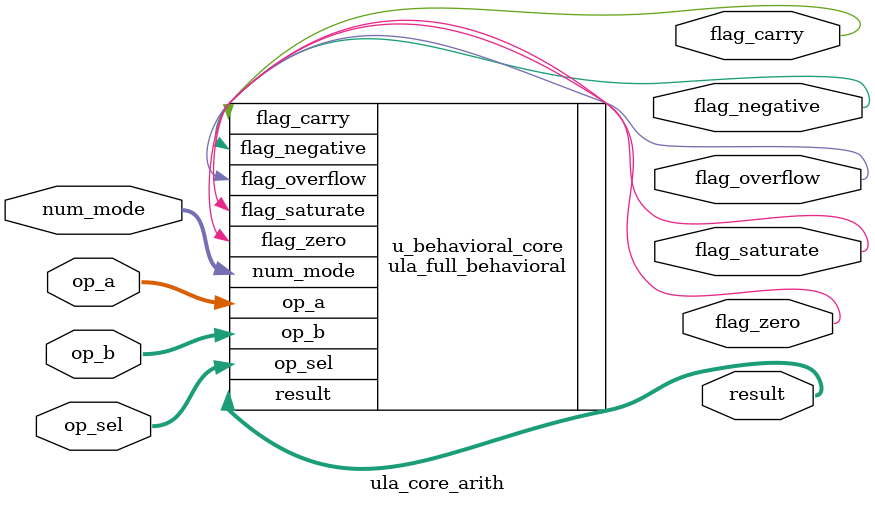
<source format=v>

module ula_full_structural
#(
    parameter WIDTH = 8,          // Largura de dados
    parameter FRAC  = 4           // Bits fracionários p/ modo Q
)(
    input      [WIDTH-1:0] op_a,  // Operando A
    input      [WIDTH-1:0] op_b,  // Operando B
    input      [2:0]       op_sel,// Seleção de operação
    input      [2:0]       num_mode, // Modo numérico
    output     [WIDTH-1:0] result,   // Resultado final
    output                  flag_overflow, // Overflow
    output                  flag_saturate, // Saturação
    output                  flag_zero,     // Resultado zero
    output                  flag_negative, // Bit de sinal
    output                  flag_carry     // Carry/borrow
);

    // Wires entre os blocos estruturais
    wire [WIDTH-1:0] core_op_a;
    wire [WIDTH-1:0] core_op_b;
    wire [WIDTH-1:0] core_result;
    wire             core_overflow;
    wire             core_saturate;
    wire             core_zero;
    wire             core_negative;
    wire             core_carry;

    // Adaptador de entrada de modo numérico
    ula_mode_pre
    #(
        .WIDTH(WIDTH)
    ) u_mode_pre (
        .op_a_in   (op_a),
        .op_b_in   (op_b),
        .num_mode  (num_mode),
        .op_a_core (core_op_a),
        .op_b_core (core_op_b)
    );

    // Núcleo aritmético‑lógico genérico (utiliza implementação behavioral)
    ula_core_arith
    #(
        .WIDTH(WIDTH),
        .FRAC (FRAC)
    ) u_core (
        .op_a        (core_op_a),
        .op_b        (core_op_b),
        .op_sel      (op_sel),
        .num_mode    (num_mode),
        .result      (core_result),
        .flag_overflow (core_overflow),
        .flag_saturate (core_saturate),
        .flag_zero     (core_zero),
        .flag_negative (core_negative),
        .flag_carry    (core_carry)
    );

    // Adaptador de saída (permite extensões futuras, aqui é pass‑through)
    ula_mode_post
    #(
        .WIDTH(WIDTH)
    ) u_mode_post (
        .result_core   (core_result),
        .num_mode      (num_mode),
        .result_effective (result)
    );

    // Exposição direta das flags do núcleo
    assign flag_overflow = core_overflow;
    assign flag_saturate = core_saturate;
    assign flag_zero     = core_zero;
    assign flag_negative = core_negative;
    assign flag_carry    = core_carry;

endmodule

// ============================================================================
// Submódulo: ula_mode_pre
// Função: ajustar ou pré‑processar os operandos de acordo com o modo numérico.
//         Nesta versão, ele apenas encaminha os valores originais, mas
//         mantém ponto de extensão para cenários em que seja necessário
//         mascarar sinais, normalizar magnitudes, etc.
// ============================================================================
module ula_mode_pre
#(
    parameter WIDTH = 8
)(
    input  [WIDTH-1:0] op_a_in,
    input  [WIDTH-1:0] op_b_in,
    input  [2:0]       num_mode,
    output [WIDTH-1:0] op_a_core,
    output [WIDTH-1:0] op_b_core
);
    assign op_a_core = op_a_in;
    assign op_b_core = op_b_in;
endmodule

// ============================================================================
// Submódulo: ula_mode_post
// Função: permitir pós‑processamento de saída por modo numérico. Aqui é um
//         simples pass‑through, mas pode ser usado para mapear saturações,
//         compactar flags ou recodificar formato de saída.
// ============================================================================
module ula_mode_post
#(
    parameter WIDTH = 8
)(
    input  [WIDTH-1:0] result_core,
    input  [2:0]       num_mode,
    output [WIDTH-1:0] result_effective
);
    assign result_effective = result_core;
endmodule

// ============================================================================
// Submódulo: ula_core_arith
// Função: encapsular a lógica aritmética/ lógica principal. Utiliza a mesma
//         implementação da ULA behavioral, porém instanciada como "core"
//         para facilitar a composição estrutural.
// ============================================================================
module ula_core_arith
#(
    parameter WIDTH = 8,
    parameter FRAC  = 4
)(
    input      [WIDTH-1:0] op_a,
    input      [WIDTH-1:0] op_b,
    input      [2:0]       op_sel,
    input      [2:0]       num_mode,
    output     [WIDTH-1:0] result,
    output                  flag_overflow,
    output                  flag_saturate,
    output                  flag_zero,
    output                  flag_negative,
    output                  flag_carry
);

    // Instanciamos diretamente a versão behavioral como núcleo combinacional.
    ula_full_behavioral
    #(
        .WIDTH(WIDTH),
        .FRAC (FRAC)
    ) u_behavioral_core (
        .op_a         (op_a),
        .op_b         (op_b),
        .op_sel       (op_sel),
        .num_mode     (num_mode),
        .result       (result),
        .flag_overflow(flag_overflow),
        .flag_saturate(flag_saturate),
        .flag_zero    (flag_zero),
        .flag_negative(flag_negative),
        .flag_carry   (flag_carry)
    );

endmodule

</source>
